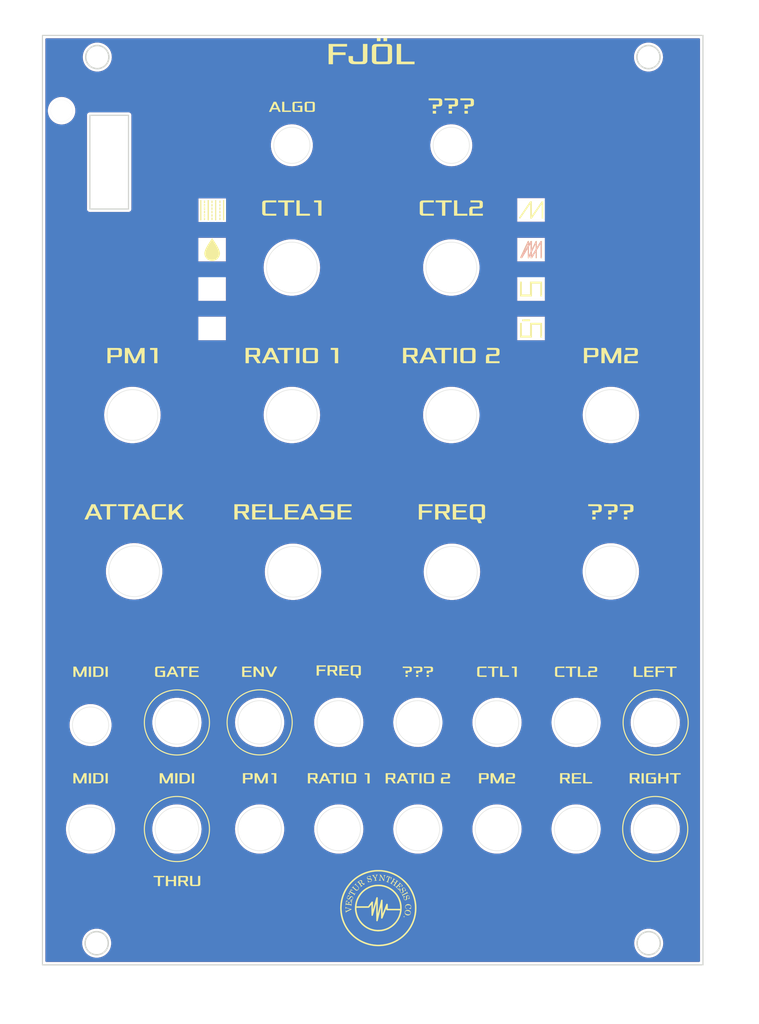
<source format=kicad_pcb>
(kicad_pcb (version 20211014) (generator pcbnew)
  (layers (0 "F.Cu" signal) (31 "B.Cu" signal) (34 "B.Paste" user) (35 "F.Paste" user) (36 "B.SilkS" user "B.Silkscreen") (37 "F.SilkS" user "F.Silkscreen") (38 "B.Mask" user) (39 "F.Mask" user) (44 "Edge.Cuts" user))
  (net 0 "")
  (footprint "vestur-logo:right" (layer "F.Cu") (at 176.098667 113.243528)
    (fp_text reference "G***" hide)
    (fp_text value "LOGO" hide)
  )
  (footprint "vestur-logo:logo-xxsmall" (layer "F.Cu") (at 137.895285 131.1021)
    (fp_text reference "G***" hide)
    (fp_text value "LOGO" hide)
  )
  (footprint "vestur-logo:ratio1" (layer "F.Cu") (at 125.864083 54.804161)
    (fp_text reference "G***" hide)
    (fp_text value "LOGO" hide)
  )
  (footprint "vestur-logo:pm2" (layer "F.Cu") (at 169.97045 54.804161)
    (fp_text reference "G***" hide)
    (fp_text value "LOGO" hide)
  )
  (footprint "vestur-logo:ratio2" (layer "F.Cu") (at 147.912965 54.80388)
    (fp_text reference "G***" hide)
    (fp_text value "LOGO" hide)
  )
  (footprint "vestur-logo:release" (layer "F.Cu") (at 126.032 76.406927)
    (fp_text reference "G***" hide)
    (fp_text value "LOGO" hide)
  )
  (footprint "vestur-logo:attack" (layer "F.Cu") (at 104.064119 76.413676)
    (fp_text reference "G***" hide)
    (fp_text value "LOGO" hide)
  )
  (footprint "vestur-logo:freq" (layer "F.Cu") (at 147.995542 76.673539)
    (fp_text reference "G***" hide)
    (fp_text value "LOGO" hide)
  )
  (footprint "vestur-logo:???" (layer "F.Cu") (at 169.960825 76.413777)
    (fp_text reference "G***" hide)
    (fp_text value "LOGO" hide)
  )
  (footprint "vestur-logo:ctl1" (layer "F.Cu") (at 125.860175 34.414633)
    (fp_text reference "G***" hide)
    (fp_text value "LOGO" hide)
  )
  (footprint "vestur-logo:ctl2" (layer "F.Cu") (at 147.907375 34.414633)
    (fp_text reference "G***" hide)
    (fp_text value "LOGO" hide)
  )
  (footprint "vestur-logo:???" (layer "F.Cu") (at 147.909791 20.305177)
    (fp_text reference "G***" hide)
    (fp_text value "LOGO" hide)
  )
  (footprint "vestur-logo:algo" (layer "F.Cu") (at 125.872995 20.419458)
    (fp_text reference "G***" hide)
    (fp_text value "LOGO" hide)
  )
  (footprint "vestur-logo:gate" (layer "F.Cu") (at 109.973586 98.511233)
    (fp_text reference "G***" hide)
    (fp_text value "LOGO" hide)
  )
  (footprint "vestur-logo:env" (layer "F.Cu") (at 121.417505 98.511233)
    (fp_text reference "G***" hide)
    (fp_text value "LOGO" hide)
  )
  (footprint "vestur-logo:ctl1-small" (layer "F.Cu") (at 154.222226 98.511233)
    (fp_text reference "G***" hide)
    (fp_text value "LOGO" hide)
  )
  (footprint "vestur-logo:ctl2-small" (layer "F.Cu") (at 165.159386 98.511233)
    (fp_text reference "G***" hide)
    (fp_text value "LOGO" hide)
  )
  (footprint "vestur-logo:left" (layer "F.Cu") (at 176.1029 98.511233)
    (fp_text reference "G***" hide)
    (fp_text value "LOGO" hide)
  )
  (footprint "vestur-logo:midi" (layer "F.Cu") (at 98.038542 113.243233)
    (fp_text reference "G***" hide)
    (fp_text value "LOGO" hide)
  )
  (footprint "vestur-logo:midi" (layer "F.Cu") (at 109.975702 113.243233)
    (fp_text reference "G***" hide)
    (fp_text value "LOGO" hide)
  )
  (footprint "vestur-logo:thru" (layer "F.Cu") (at 109.97554 127.443506)
    (fp_text reference "G***" hide)
    (fp_text value "LOGO" hide)
  )
  (footprint "vestur-logo:pm1-small" (layer "F.Cu") (at 121.417096 113.243572)
    (fp_text reference "G***" hide)
    (fp_text value "LOGO" hide)
  )
  (footprint "vestur-logo:ratio1-small" (layer "F.Cu") (at 132.350023 113.243518)
    (fp_text reference "G***" hide)
    (fp_text value "LOGO" hide)
  )
  (footprint "vestur-logo:pm2-small" (layer "F.Cu") (at 154.224343 113.243518)
    (fp_text reference "G***" hide)
    (fp_text value "LOGO" hide)
  )
  (footprint "vestur-logo:ratio2-small" (layer "F.Cu") (at 143.291416 113.24333)
    (fp_text reference "G***" hide)
    (fp_text value "LOGO" hide)
  )
  (footprint "vestur-logo:rel" (layer "F.Cu") (at 165.161503 113.243518)
    (fp_text reference "G***" hide)
    (fp_text value "LOGO" hide)
  )
  (footprint "vestur-logo:???-small" (layer "F.Cu") (at 143.289299 98.511596)
    (fp_text reference "G***" hide)
    (fp_text value "LOGO" hide)
  )
  (footprint "vestur-logo:freq-small" (layer "F.Cu") (at 132.350501 98.511571)
    (fp_text reference "G***" hide)
    (fp_text value "LOGO" hide)
  )
  (footprint "vestur-logo:fjol" (layer "F.Cu") (at 136.883232 12.7127)
    (fp_text reference "G***" hide)
    (fp_text value "LOGO" hide)
  )
  (footprint "vestur-logo:square" (layer "F.Cu") (at 158.934233 45.598117)
    (fp_text reference "G***" hide)
    (fp_text value "LOGO" hide)
  )
  (footprint "vestur-logo:midi" (layer "F.Cu") (at 98.038542 98.511233)
    (fp_text reference "G***" hide)
    (fp_text value "LOGO" hide)
  )
  (footprint "vestur-logo:detune" (layer "F.Cu") (at 158.928942 40.159978)
    (fp_text reference "G***" hide)
    (fp_text value "LOGO" hide)
  )
  (footprint "vestur-logo:res" (layer "F.Cu") (at 114.838919 40.151347)
    (fp_text reference "G***" hide)
    (fp_text value "LOGO" hide)
  )
  (footprint "vestur-logo:pwm" (layer "F.Cu") (at 158.934233 51.048117)
    (fp_text reference "G***" hide)
    (fp_text value "LOGO" hide)
  )
  (footprint "vestur-logo:spread" (layer "F.Cu") (at 114.85 34.698931)
    (fp_text reference "G***" hide)
    (fp_text value "LOGO" hide)
  )
  (footprint "vestur-logo:saw" (layer "F.Cu") (at 158.934733 34.675)
    (fp_text reference "G***" hide)
    (fp_text value "LOGO" hide)
  )
  (footprint "vestur-logo:pm1" (layer "F.Cu") (at 103.8279 54.803959)
    (fp_text reference "G***" hide)
    (fp_text value "LOGO" hide)
  )
  (footprint "vestur-logo:det-silk-flipped" (layer "B.Cu") (at 158.933829 40.159932 180)
    (fp_text reference "G***" hide)
    (fp_text value "LOGO" hide)
  )
  (gr_circle (center 176.1029 120.257149) (end 180.6029 120.257149) (layer "F.SilkS") (width 0.15) (fill none))
  (gr_circle (center 109.979936 105.525149) (end 114.479936 105.525149) (layer "F.SilkS") (width 0.15) (fill none))
  (gr_circle (center 109.979936 120.257149) (end 114.479936 120.257149) (layer "F.SilkS") (width 0.15) (fill none))
  (gr_circle (center 176.1617 105.525149) (end 180.6617 105.525149) (layer "F.SilkS") (width 0.15) (fill none))
  (gr_circle (center 121.417096 105.514449) (end 125.917096 105.514449) (layer "F.SilkS") (width 0.15) (fill none))
  (gr_circle (center 165.165736 105.525149) (end 168.165736 105.525149) (layer "Edge.Cuts") (width 0.05) (fill none))
  (gr_circle (center 147.912965 63.021) (end 151.412965 63.021) (layer "Edge.Cuts") (width 0.05) (fill none))
  (gr_circle (center 125.870433 63.021) (end 129.370433 63.021) (layer "Edge.Cuts") (width 0.05) (fill none))
  (gr_circle (center 121.417096 120.257149) (end 124.417096 120.257149) (layer "Edge.Cuts") (width 0.05) (fill none))
  (gr_circle (center 154.228576 120.257149) (end 157.228576 120.257149) (layer "Edge.Cuts") (width 0.05) (fill none))
  (gr_circle (center 169.9768 63.021) (end 173.4768 63.021) (layer "Edge.Cuts") (width 0.05) (fill none))
  (gr_circle (center 176.1029 120.257149) (end 179.1029 120.257149) (layer "Edge.Cuts") (width 0.05) (fill none))
  (gr_circle (center 165.165736 120.257149) (end 168.165736 120.257149) (layer "Edge.Cuts") (width 0.05) (fill none))
  (gr_circle (center 176.1029 105.525149) (end 179.1029 105.525149) (layer "Edge.Cuts") (width 0.05) (fill none))
  (gr_circle (center 103.8279 63.021) (end 107.3279 63.021) (layer "Edge.Cuts") (width 0.05) (fill none))
  (gr_circle (center 147.912966 25.7337) (end 150.412966 25.7337) (layer "Edge.Cuts") (width 0.05) (fill none))
  (gr_circle (center 98.042776 120.257149) (end 101.042776 120.257149) (layer "Edge.Cuts") (width 0.05) (fill none))
  (gr_circle (center 109.979936 105.525149) (end 112.979936 105.525149) (layer "Edge.Cuts") (width 0.05) (fill none))
  (gr_circle (center 143.291416 120.257149) (end 146.291416 120.257149) (layer "Edge.Cuts") (width 0.05) (fill none))
  (gr_circle (center 147.998 84.694) (end 151.498 84.694) (layer "Edge.Cuts") (width 0.05) (fill none))
  (gr_circle (center 126.032 84.694) (end 129.532 84.694) (layer "Edge.Cuts") (width 0.05) (fill none))
  (gr_circle (center 169.964 84.6455) (end 173.464 84.6455) (layer "Edge.Cuts") (width 0.05) (fill none))
  (gr_circle (center 104.066 84.6305) (end 107.566 84.6305) (layer "Edge.Cuts") (width 0.05) (fill none))
  (gr_line (start 182.7022 10.541) (end 182.7022 139.041) (layer "Edge.Cuts") (width 0.1524))
  (gr_line (start 91.3892 10.541) (end 182.7022 10.541) (layer "Edge.Cuts") (width 0.1524))
  (gr_line (start 91.3892 139.041) (end 91.3892 10.541) (layer "Edge.Cuts") (width 0.1524))
  (gr_line (start 182.7022 139.041) (end 91.3892 139.041) (layer "Edge.Cuts") (width 0.1524))
  (gr_line (start 97.949362 21.59) (end 103.283362 21.59) (layer "Edge.Cuts") (width 0.1524))
  (gr_line (start 97.949362 34.544) (end 97.949362 21.59) (layer "Edge.Cuts") (width 0.1524))
  (gr_line (start 97.949362 34.544) (end 103.283362 34.544) (layer "Edge.Cuts") (width 0.1524))
  (gr_line (start 103.283362 21.59) (end 103.283362 34.544) (layer "Edge.Cuts") (width 0.1524))
  (gr_circle (center 132.354256 120.257149) (end 135.354256 120.257149) (layer "Edge.Cuts") (width 0.05) (fill none))
  (gr_circle (center 109.979936 120.257149) (end 112.979936 120.257149) (layer "Edge.Cuts") (width 0.05) (fill none))
  (gr_circle (center 154.228576 105.525149) (end 157.228576 105.525149) (layer "Edge.Cuts") (width 0.05) (fill none))
  (gr_circle (center 94.036362 20.955) (end 95.536362 20.955) (layer "Edge.Cuts") (width 0.01) (fill none))
  (gr_circle (center 98.042776 105.8837) (end 100.542776 105.8837) (layer "Edge.Cuts") (width 0.05) (fill none))
  (gr_circle (center 143.291416 105.514449) (end 146.291416 105.514449) (layer "Edge.Cuts") (width 0.05) (fill none))
  (gr_circle (center 121.417096 105.514449) (end 124.417096 105.514449) (layer "Edge.Cuts") (width 0.05) (fill none))
  (gr_circle (center 147.9169 42.6339) (end 151.4169 42.6339) (layer "Edge.Cuts") (width 0.05) (fill none))
  (gr_circle (center 125.870433 25.7337) (end 128.370433 25.7337) (layer "Edge.Cuts") (width 0.05) (fill none))
  (gr_circle (center 98.8892 136.041) (end 100.4892 136.041) (layer "Edge.Cuts") (width 0.2) (fill none))
  (gr_circle (center 98.970971 13.541) (end 100.570971 13.541) (layer "Edge.Cuts") (width 0.2) (fill none))
  (gr_circle (center 175.2022 136.041) (end 176.8022 136.041) (layer "Edge.Cuts") (width 0.2) (fill none))
  (gr_circle (center 132.354256 105.514449) (end 135.354256 105.514449) (layer "Edge.Cuts") (width 0.05) (fill none))
  (gr_circle (center 175.170971 13.541) (end 176.770971 13.541) (layer "Edge.Cuts") (width 0.2) (fill none))
  (gr_circle (center 125.8697 42.6339) (end 129.3697 42.6339) (layer "Edge.Cuts") (width 0.05) (fill none))
  (zone (net 0) (net_name "") (layer "F.Cu") (connect_pads (clearance 0.4064)) (min_thickness 0.254) (fill yes (thermal_gap 0.508) (thermal_bridge_width 0.508))
    (polygon (pts (xy 188.722 7.2009) (xy 86.9061 5.6515) (xy 88.2904 144.4625) (xy 187.5155 146.0246)))
  )
  (zone (net 0) (net_name "") (layers F&B.Cu) (connect_pads (clearance 0)) (min_thickness 0.254)
    (keepout (tracks not_allowed) (vias not_allowed) (pads not_allowed) (copperpour not_allowed) (footprints allowed))
    (fill (thermal_gap 0.508) (thermal_bridge_width 0.508))
    (polygon (pts (xy 112.950583 33.074514) (xy 116.770583 33.074514) (xy 116.770583 36.344514) (xy 112.950583 36.344514)))
  )
  (zone (net 0) (net_name "") (layers F&B.Cu) (connect_pads (clearance 0)) (min_thickness 0.254)
    (keepout (tracks not_allowed) (vias not_allowed) (pads not_allowed) (copperpour not_allowed) (footprints allowed))
    (fill (thermal_gap 0.508) (thermal_bridge_width 0.508))
    (polygon (pts (xy 112.939166 38.5237) (xy 116.759166 38.5237) (xy 116.759166 41.7937) (xy 112.939166 41.7937)))
  )
  (zone (net 0) (net_name "") (layers F&B.Cu) (connect_pads (clearance 0)) (min_thickness 0.254)
    (keepout (tracks not_allowed) (vias not_allowed) (pads not_allowed) (copperpour not_allowed) (footprints allowed))
    (fill (thermal_gap 0.508) (thermal_bridge_width 0.508))
    (polygon (pts (xy 112.939166 41.7937) (xy 116.759166 41.7937) (xy 116.759166 38.5237) (xy 112.939166 38.5237)))
  )
  (zone (net 0) (net_name "") (layers F&B.Cu) (connect_pads (clearance 0)) (min_thickness 0.254)
    (keepout (tracks not_allowed) (vias not_allowed) (pads not_allowed) (copperpour not_allowed) (footprints allowed))
    (fill (thermal_gap 0.508) (thermal_bridge_width 0.508))
    (polygon (pts (xy 112.939166 49.4237) (xy 116.759166 49.4237) (xy 116.759166 52.6937) (xy 112.939166 52.6937)))
  )
  (zone (net 0) (net_name "") (layers F&B.Cu) (connect_pads (clearance 0)) (min_thickness 0.254)
    (keepout (tracks not_allowed) (vias not_allowed) (pads not_allowed) (copperpour not_allowed) (footprints allowed))
    (fill (thermal_gap 0.508) (thermal_bridge_width 0.508))
    (polygon (pts (xy 157.024233 33.04) (xy 160.844233 33.04) (xy 160.844233 36.31) (xy 157.024233 36.31)))
  )
  (zone (net 0) (net_name "") (layers F&B.Cu) (connect_pads (clearance 0)) (min_thickness 0.254)
    (keepout (tracks not_allowed) (vias not_allowed) (pads not_allowed) (copperpour not_allowed) (footprints allowed))
    (fill (thermal_gap 0.508) (thermal_bridge_width 0.508))
    (polygon (pts (xy 157.024233 43.9737) (xy 160.844233 43.9737) (xy 160.844233 47.2437) (xy 157.024233 47.2437)))
  )
  (zone (net 0) (net_name "") (layers F&B.Cu) (connect_pads (clearance 0)) (min_thickness 0.254)
    (keepout (tracks not_allowed) (vias not_allowed) (pads not_allowed) (copperpour not_allowed) (footprints allowed))
    (fill (thermal_gap 0.508) (thermal_bridge_width 0.508))
    (polygon (pts (xy 157.024233 49.4237) (xy 160.844233 49.4237) (xy 160.844233 52.6937) (xy 157.024233 52.6937)))
  )
  (zone (net 0) (net_name "") (layers F&B.Cu) (connect_pads (clearance 0)) (min_thickness 0.254)
    (keepout (tracks not_allowed) (vias not_allowed) (pads not_allowed) (copperpour not_allowed) (footprints allowed))
    (fill (thermal_gap 0.508) (thermal_bridge_width 0.508))
    (polygon (pts (xy 157.024233 38.5237) (xy 160.844233 38.5237) (xy 160.844233 41.7937) (xy 157.024233 41.7937)))
  )
  (zone (net 0) (net_name "") (layers F&B.Cu) (connect_pads (clearance 0)) (min_thickness 0.254)
    (keepout (tracks not_allowed) (vias not_allowed) (pads not_allowed) (copperpour not_allowed) (footprints allowed))
    (fill (thermal_gap 0.508) (thermal_bridge_width 0.508))
    (polygon (pts (xy 112.939166 43.9737) (xy 116.759166 43.9737) (xy 116.759166 47.2437) (xy 112.939166 47.2437)))
  )
  (zone (net 0) (net_name "") (layer "B.Cu") (connect_pads (clearance 0.4064)) (min_thickness 0.254) (fill yes (thermal_gap 0.508) (thermal_bridge_width 0.508))
    (polygon (pts (xy 190.4492 147.2311) (xy 85.5218 145.5039) (xy 86.3854 5.9944) (xy 190.4492 9.271)))
  )
)
</source>
